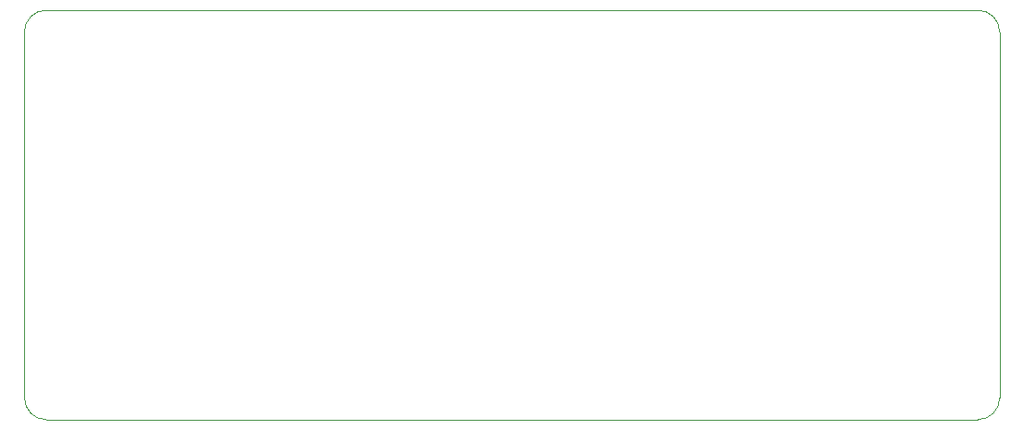
<source format=gm1>
G04 #@! TF.GenerationSoftware,KiCad,Pcbnew,8.0.6*
G04 #@! TF.CreationDate,2024-12-27T23:55:03+01:00*
G04 #@! TF.ProjectId,koyomi-hdmi-lvds,6b6f796f-6d69-42d6-9864-6d692d6c7664,rev?*
G04 #@! TF.SameCoordinates,Original*
G04 #@! TF.FileFunction,Profile,NP*
%FSLAX46Y46*%
G04 Gerber Fmt 4.6, Leading zero omitted, Abs format (unit mm)*
G04 Created by KiCad (PCBNEW 8.0.6) date 2024-12-27 23:55:03*
%MOMM*%
%LPD*%
G01*
G04 APERTURE LIST*
G04 #@! TA.AperFunction,Profile*
%ADD10C,0.010000*%
G04 #@! TD*
G04 APERTURE END LIST*
D10*
X68070000Y-46180000D02*
X153170000Y-46180000D01*
X153170000Y-83680000D02*
X68070000Y-83680000D01*
X155170000Y-48180000D02*
X155170000Y-81680000D01*
X68070000Y-83680000D02*
G75*
G02*
X66070000Y-81680000I0J2000000D01*
G01*
X155170000Y-81680000D02*
G75*
G02*
X153170000Y-83680000I-2000000J0D01*
G01*
X66070000Y-81680000D02*
X66070000Y-48180000D01*
X153170000Y-46180000D02*
G75*
G02*
X155170000Y-48180000I0J-2000000D01*
G01*
X66070000Y-48180000D02*
G75*
G02*
X68070000Y-46180000I2000000J0D01*
G01*
M02*

</source>
